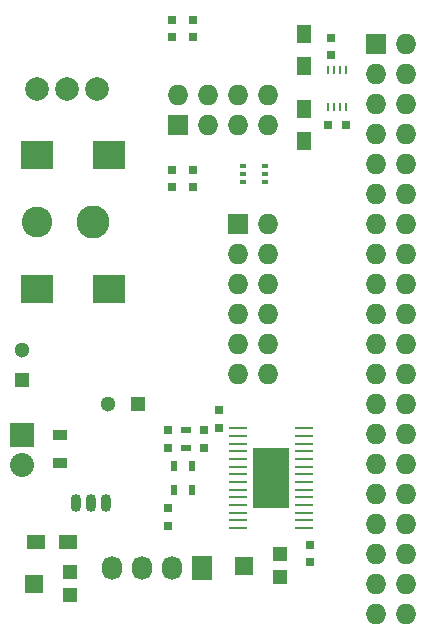
<source format=gbr>
G04 #@! TF.FileFunction,Soldermask,Top*
%FSLAX46Y46*%
G04 Gerber Fmt 4.6, Leading zero omitted, Abs format (unit mm)*
G04 Created by KiCad (PCBNEW 4.0.2-4+6225~38~ubuntu14.04.1-stable) date Wed 02 Mar 2016 03:50:32 PM CST*
%MOMM*%
G01*
G04 APERTURE LIST*
%ADD10C,0.100000*%
%ADD11R,1.550000X0.250000*%
%ADD12R,3.100000X5.180000*%
%ADD13R,1.727200X1.727200*%
%ADD14O,1.727200X1.727200*%
%ADD15R,1.300000X1.500000*%
%ADD16R,0.500000X0.900000*%
%ADD17R,0.750000X0.800000*%
%ADD18R,0.800000X0.750000*%
%ADD19R,1.727200X2.032000*%
%ADD20O,1.727200X2.032000*%
%ADD21R,0.900000X0.500000*%
%ADD22C,2.000000*%
%ADD23R,0.250000X0.750000*%
%ADD24R,2.032000X2.032000*%
%ADD25O,2.032000X2.032000*%
%ADD26O,0.899160X1.501140*%
%ADD27R,0.500000X0.400000*%
%ADD28R,1.219200X0.914400*%
%ADD29R,1.200000X1.200000*%
%ADD30R,1.500000X1.600000*%
%ADD31C,1.300000*%
%ADD32R,1.300000X1.300000*%
%ADD33R,1.500000X1.300000*%
%ADD34R,2.800000X2.400000*%
%ADD35C,2.600000*%
%ADD36C,2.800000*%
G04 APERTURE END LIST*
D10*
D11*
X173494000Y-127558800D03*
X173494000Y-128208800D03*
X173494000Y-128858800D03*
X173494000Y-129508800D03*
X173494000Y-130158800D03*
X173494000Y-130808800D03*
X173494000Y-131458800D03*
X173494000Y-132108800D03*
X173494000Y-132758800D03*
X173494000Y-133408800D03*
X173494000Y-134058800D03*
X173494000Y-134708800D03*
X173494000Y-135358800D03*
X173494000Y-136008800D03*
X167894000Y-127558800D03*
X167894000Y-128208800D03*
X167894000Y-128858800D03*
X167894000Y-129508800D03*
X167894000Y-130158800D03*
X167894000Y-130808800D03*
X167894000Y-131458800D03*
X167894000Y-132108800D03*
X167894000Y-132758800D03*
X167894000Y-133408800D03*
X167894000Y-134058800D03*
X167894000Y-134708800D03*
X167894000Y-135358800D03*
X167894000Y-136008800D03*
D12*
X170694000Y-131813800D03*
D13*
X179578000Y-94996000D03*
D14*
X182118000Y-94996000D03*
X179578000Y-97536000D03*
X182118000Y-97536000D03*
X179578000Y-100076000D03*
X182118000Y-100076000D03*
X179578000Y-102616000D03*
X182118000Y-102616000D03*
X179578000Y-105156000D03*
X182118000Y-105156000D03*
X179578000Y-107696000D03*
X182118000Y-107696000D03*
X179578000Y-110236000D03*
X182118000Y-110236000D03*
X179578000Y-112776000D03*
X182118000Y-112776000D03*
X179578000Y-115316000D03*
X182118000Y-115316000D03*
X179578000Y-117856000D03*
X182118000Y-117856000D03*
X179578000Y-120396000D03*
X182118000Y-120396000D03*
X179578000Y-122936000D03*
X182118000Y-122936000D03*
X179578000Y-125476000D03*
X182118000Y-125476000D03*
X179578000Y-128016000D03*
X182118000Y-128016000D03*
X179578000Y-130556000D03*
X182118000Y-130556000D03*
X179578000Y-133096000D03*
X182118000Y-133096000D03*
X179578000Y-135636000D03*
X182118000Y-135636000D03*
X179578000Y-138176000D03*
X182118000Y-138176000D03*
X179578000Y-140716000D03*
X182118000Y-140716000D03*
X179578000Y-143256000D03*
X182118000Y-143256000D03*
D15*
X173482000Y-94154000D03*
X173482000Y-96854000D03*
D16*
X163945000Y-130733800D03*
X162445000Y-130733800D03*
D17*
X161925000Y-127697800D03*
X161925000Y-129197800D03*
X164084000Y-92976000D03*
X164084000Y-94476000D03*
X162306000Y-107176000D03*
X162306000Y-105676000D03*
D18*
X175526000Y-101854000D03*
X177026000Y-101854000D03*
D17*
X175768000Y-94500000D03*
X175768000Y-96000000D03*
X161925000Y-135801800D03*
X161925000Y-134301800D03*
X164973000Y-127697800D03*
X164973000Y-129197800D03*
X166243000Y-127546800D03*
X166243000Y-126046800D03*
X173990000Y-137426000D03*
X173990000Y-138926000D03*
D19*
X164846000Y-139369800D03*
D20*
X162306000Y-139369800D03*
X159766000Y-139369800D03*
X157226000Y-139369800D03*
D21*
X163449000Y-127697800D03*
X163449000Y-129197800D03*
D16*
X163945000Y-132765800D03*
X162445000Y-132765800D03*
D15*
X173482000Y-103204000D03*
X173482000Y-100504000D03*
D22*
X155956000Y-98806000D03*
X153416000Y-98806000D03*
X150876000Y-98806000D03*
D23*
X175514000Y-97230000D03*
X176014000Y-97230000D03*
X176514000Y-97230000D03*
X177014000Y-97230000D03*
X175514000Y-100330000D03*
X176014000Y-100330000D03*
X176514000Y-100330000D03*
X177014000Y-100330000D03*
D24*
X149606000Y-128143000D03*
D25*
X149606000Y-130683000D03*
D26*
X155448000Y-133858000D03*
X156718000Y-133858000D03*
X154178000Y-133858000D03*
D27*
X170180000Y-106680000D03*
X170180000Y-106030000D03*
X170180000Y-105380000D03*
X168280000Y-106680000D03*
X168280000Y-106030000D03*
X168280000Y-105380000D03*
D28*
X152781000Y-128143000D03*
X152781000Y-130505200D03*
D13*
X162814000Y-101854000D03*
D14*
X162814000Y-99314000D03*
X165354000Y-101854000D03*
X165354000Y-99314000D03*
X167894000Y-101854000D03*
X167894000Y-99314000D03*
X170434000Y-101854000D03*
X170434000Y-99314000D03*
D29*
X171472000Y-140192000D03*
X171472000Y-138192000D03*
D30*
X168422000Y-139192000D03*
D29*
X153692000Y-141716000D03*
X153692000Y-139716000D03*
D30*
X150642000Y-140716000D03*
D31*
X149606000Y-120944000D03*
D32*
X149606000Y-123444000D03*
D31*
X156885000Y-125476000D03*
D32*
X159385000Y-125476000D03*
D33*
X153496000Y-137160000D03*
X150796000Y-137160000D03*
D17*
X162306000Y-94476000D03*
X162306000Y-92976000D03*
X164084000Y-107176000D03*
X164084000Y-105676000D03*
D34*
X150876000Y-104394000D03*
X156976000Y-104394000D03*
X150876000Y-115794000D03*
X156976000Y-115794000D03*
D35*
X150876000Y-110094000D03*
D36*
X155576000Y-110094000D03*
D13*
X167894000Y-110236000D03*
D14*
X170434000Y-110236000D03*
X167894000Y-112776000D03*
X170434000Y-112776000D03*
X167894000Y-115316000D03*
X170434000Y-115316000D03*
X167894000Y-117856000D03*
X170434000Y-117856000D03*
X167894000Y-120396000D03*
X170434000Y-120396000D03*
X167894000Y-122936000D03*
X170434000Y-122936000D03*
M02*

</source>
